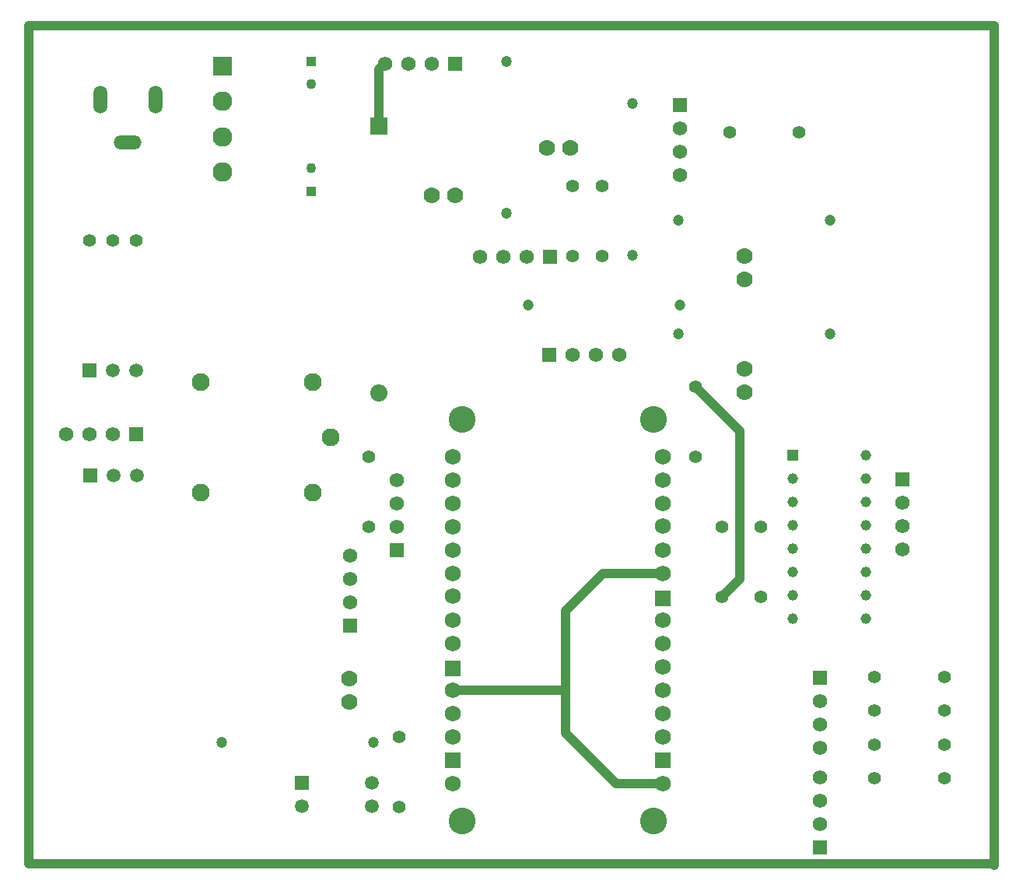
<source format=gtl>
G04*
G04 #@! TF.GenerationSoftware,Altium Limited,Altium Designer,18.0.9 (584)*
G04*
G04 Layer_Physical_Order=1*
G04 Layer_Color=255*
%FSLAX44Y44*%
%MOMM*%
G71*
G01*
G75*
%ADD18C,1.0000*%
%ADD41C,1.5000*%
%ADD42R,1.5000X1.5000*%
%ADD43R,1.5750X1.5750*%
%ADD44C,1.5750*%
%ADD45R,1.5750X1.5750*%
%ADD46R,1.1600X1.1600*%
%ADD47C,1.1600*%
%ADD48R,2.1300X2.1300*%
%ADD49C,2.1300*%
%ADD50C,1.8750*%
%ADD51R,1.8750X1.8750*%
%ADD52R,1.1000X1.1000*%
%ADD53C,1.1000*%
%ADD54C,1.2000*%
%ADD55C,1.4170*%
%ADD56C,1.4000*%
%ADD57C,1.9500*%
%ADD58C,1.7780*%
%ADD59O,3.0160X1.5080*%
%ADD60O,1.5080X3.0160*%
%ADD61C,2.9210*%
%ADD62C,1.7526*%
%ADD63R,1.7526X1.7526*%
D18*
X1013460Y645160D02*
X1032510Y664210D01*
Y825500D01*
X984250Y873760D02*
X1032510Y825500D01*
X640080Y1218940D02*
X646510Y1225370D01*
X640080Y1156970D02*
Y1218940D01*
X843280Y543560D02*
Y629920D01*
Y496570D02*
Y543560D01*
X842830Y543110D02*
X843280Y543560D01*
Y496570D02*
X898340Y441510D01*
X843280Y629920D02*
X883470Y670110D01*
X948770D01*
X898340Y441510D02*
X948770D01*
X720170Y543110D02*
X842830D01*
X259080Y354330D02*
X1308100D01*
X259080Y1266190D02*
X259080Y354330D01*
X259080Y1266190D02*
X1309370D01*
Y353060D02*
Y1266190D01*
D41*
X375420Y891560D02*
D03*
X350020D02*
D03*
X350895Y777240D02*
D03*
X376295D02*
D03*
X632230Y417060D02*
D03*
Y442460D02*
D03*
X556030Y417060D02*
D03*
D42*
X324620Y891560D02*
D03*
X325495Y777240D02*
D03*
X556030Y442460D02*
D03*
D43*
X375920Y821690D02*
D03*
X825500Y908050D02*
D03*
X722710Y1225370D02*
D03*
X825805Y1014730D02*
D03*
D44*
X350520Y821690D02*
D03*
X325120D02*
D03*
X299720D02*
D03*
X1120240Y531860D02*
D03*
Y506460D02*
D03*
Y481060D02*
D03*
X850900Y908050D02*
D03*
X876300D02*
D03*
X901700D02*
D03*
X608330Y638742D02*
D03*
Y664142D02*
D03*
Y689542D02*
D03*
X697310Y1225370D02*
D03*
X671910D02*
D03*
X646510D02*
D03*
X967740Y1154459D02*
D03*
Y1129059D02*
D03*
Y1103659D02*
D03*
X800405Y1014730D02*
D03*
X775005D02*
D03*
X749605D02*
D03*
X1209884Y747830D02*
D03*
Y722430D02*
D03*
Y697030D02*
D03*
X1120140Y397510D02*
D03*
Y422910D02*
D03*
Y448310D02*
D03*
X659130Y721360D02*
D03*
Y746760D02*
D03*
Y772160D02*
D03*
D45*
X1120240Y557260D02*
D03*
X608330Y613342D02*
D03*
X967740Y1179859D02*
D03*
X1209884Y773230D02*
D03*
X1120140Y372110D02*
D03*
X659130Y695960D02*
D03*
D46*
X1090270Y798830D02*
D03*
D47*
Y773430D02*
D03*
Y748030D02*
D03*
Y722630D02*
D03*
Y697230D02*
D03*
Y671830D02*
D03*
Y646430D02*
D03*
Y621030D02*
D03*
X1169670D02*
D03*
Y646430D02*
D03*
Y671830D02*
D03*
Y697230D02*
D03*
Y722630D02*
D03*
Y748030D02*
D03*
Y773430D02*
D03*
Y798830D02*
D03*
D48*
X469980Y1222595D02*
D03*
D49*
Y1184095D02*
D03*
Y1145595D02*
D03*
Y1107095D02*
D03*
D50*
X640080Y866970D02*
D03*
D51*
Y1156970D02*
D03*
D52*
X566500Y1227745D02*
D03*
X565875Y1086445D02*
D03*
D53*
X566500Y1202745D02*
D03*
X565875Y1111445D02*
D03*
D54*
X778590Y1227245D02*
D03*
Y1062245D02*
D03*
X915750Y1016734D02*
D03*
Y1181734D02*
D03*
X633730Y486410D02*
D03*
X468730D02*
D03*
X966199Y931296D02*
D03*
X1131199D02*
D03*
X966199Y1055189D02*
D03*
X1131199D02*
D03*
X802640Y962660D02*
D03*
X967640D02*
D03*
D55*
X1021380Y1150620D02*
D03*
X1097280D02*
D03*
D56*
X375920Y1032510D02*
D03*
X350520D02*
D03*
X325120D02*
D03*
X1179430Y558135D02*
D03*
X1255630D02*
D03*
X850330Y1016000D02*
D03*
Y1092200D02*
D03*
X1179430Y447645D02*
D03*
X1255630D02*
D03*
X1013460Y645160D02*
D03*
Y721360D02*
D03*
X628650Y797560D02*
D03*
Y721360D02*
D03*
X661670Y492760D02*
D03*
Y416560D02*
D03*
X1055370Y645160D02*
D03*
Y721360D02*
D03*
X1179430Y521305D02*
D03*
X1255630D02*
D03*
X1179430Y484475D02*
D03*
X1255630D02*
D03*
X882650Y1016000D02*
D03*
Y1092200D02*
D03*
X984250Y873760D02*
D03*
Y797560D02*
D03*
D57*
X587730Y818760D02*
D03*
X567730Y758760D02*
D03*
X445730D02*
D03*
Y878760D02*
D03*
X567730D02*
D03*
D58*
X697230Y1082040D02*
D03*
X722630D02*
D03*
X823040Y1133760D02*
D03*
X848440D02*
D03*
X607315Y530860D02*
D03*
Y556260D02*
D03*
X1037714Y1015800D02*
D03*
Y990400D02*
D03*
Y892810D02*
D03*
Y867410D02*
D03*
D59*
X366550Y1139180D02*
D03*
D60*
X336550Y1186180D02*
D03*
X396550D02*
D03*
D61*
X938610Y837750D02*
D03*
X730330D02*
D03*
X938610Y400870D02*
D03*
X730330D02*
D03*
D62*
X720170Y441510D02*
D03*
Y543110D02*
D03*
Y517710D02*
D03*
Y492310D02*
D03*
Y593910D02*
D03*
Y619310D02*
D03*
Y645980D02*
D03*
Y797110D02*
D03*
Y771710D02*
D03*
Y746310D02*
D03*
Y720910D02*
D03*
Y695510D02*
D03*
Y670110D02*
D03*
X948770Y441510D02*
D03*
Y543110D02*
D03*
Y517710D02*
D03*
Y492310D02*
D03*
Y568510D02*
D03*
Y593910D02*
D03*
Y619310D02*
D03*
Y797110D02*
D03*
Y771710D02*
D03*
Y746310D02*
D03*
Y722180D02*
D03*
Y695510D02*
D03*
Y670110D02*
D03*
D63*
X720170Y466910D02*
D03*
Y567240D02*
D03*
X948770Y466910D02*
D03*
Y643440D02*
D03*
M02*

</source>
